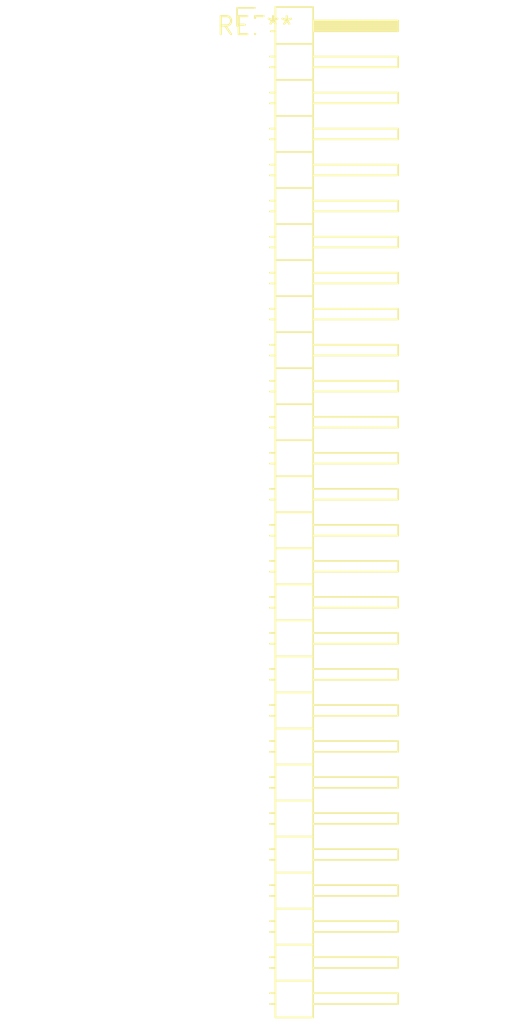
<source format=kicad_pcb>
(kicad_pcb (version 20240108) (generator pcbnew)
  (layers (0 "F.Cu" signal) (31 "B.Cu" signal) (34 "B.Paste" user) (35 "F.Paste" user) (36 "B.SilkS" user "B.Silkscreen") (37 "F.SilkS" user "F.Silkscreen") (38 "B.Mask" user) (39 "F.Mask" user) (44 "Edge.Cuts" user))
  (net 0 "")
  (footprint "PinHeader_1x28_P2.54mm_Horizontal" (layer "F.Cu") (at 0 0)
    (property "Reference" "REF**")
    (property "Value" "PinHeader_1x28_P2.54mm_Horizontal")
    (fp_line (start -1.27 -1.27) (end 0 -1.27) (layer "F.SilkS") (stroke (width 0.12)))
    (fp_line (start -1.27 0) (end -1.27 -1.27) (layer "F.SilkS") (stroke (width 0.12)))
    (fp_line (start 1.042929 2.16) (end 1.44 2.16) (layer "F.SilkS") (stroke (width 0.12)))
    (fp_line (start 1.042929 2.92) (end 1.44 2.92) (layer "F.SilkS") (stroke (width 0.12)))
    (fp_line (start 1.042929 4.7) (end 1.44 4.7) (layer "F.SilkS") (stroke (width 0.12)))
    (fp_line (start 1.042929 5.46) (end 1.44 5.46) (layer "F.SilkS") (stroke (width 0.12)))
    (fp_line (start 1.042929 7.24) (end 1.44 7.24) (layer "F.SilkS") (stroke (width 0.12)))
    (fp_line (start 1.042929 8) (end 1.44 8) (layer "F.SilkS") (stroke (width 0.12)))
    (fp_line (start 1.042929 9.78) (end 1.44 9.78) (layer "F.SilkS") (stroke (width 0.12)))
    (fp_line (start 1.042929 10.54) (end 1.44 10.54) (layer "F.SilkS") (stroke (width 0.12)))
    (fp_line (start 1.042929 12.32) (end 1.44 12.32) (layer "F.SilkS") (stroke (width 0.12)))
    (fp_line (start 1.042929 13.08) (end 1.44 13.08) (layer "F.SilkS") (stroke (width 0.12)))
    (fp_line (start 1.042929 14.86) (end 1.44 14.86) (layer "F.SilkS") (stroke (width 0.12)))
    (fp_line (start 1.042929 15.62) (end 1.44 15.62) (layer "F.SilkS") (stroke (width 0.12)))
    (fp_line (start 1.042929 17.4) (end 1.44 17.4) (layer "F.SilkS") (stroke (width 0.12)))
    (fp_line (start 1.042929 18.16) (end 1.44 18.16) (layer "F.SilkS") (stroke (width 0.12)))
    (fp_line (start 1.042929 19.94) (end 1.44 19.94) (layer "F.SilkS") (stroke (width 0.12)))
    (fp_line (start 1.042929 20.7) (end 1.44 20.7) (layer "F.SilkS") (stroke (width 0.12)))
    (fp_line (start 1.042929 22.48) (end 1.44 22.48) (layer "F.SilkS") (stroke (width 0.12)))
    (fp_line (start 1.042929 23.24) (end 1.44 23.24) (layer "F.SilkS") (stroke (width 0.12)))
    (fp_line (start 1.042929 25.02) (end 1.44 25.02) (layer "F.SilkS") (stroke (width 0.12)))
    (fp_line (start 1.042929 25.78) (end 1.44 25.78) (layer "F.SilkS") (stroke (width 0.12)))
    (fp_line (start 1.042929 27.56) (end 1.44 27.56) (layer "F.SilkS") (stroke (width 0.12)))
    (fp_line (start 1.042929 28.32) (end 1.44 28.32) (layer "F.SilkS") (stroke (width 0.12)))
    (fp_line (start 1.042929 30.1) (end 1.44 30.1) (layer "F.SilkS") (stroke (width 0.12)))
    (fp_line (start 1.042929 30.86) (end 1.44 30.86) (layer "F.SilkS") (stroke (width 0.12)))
    (fp_line (start 1.042929 32.64) (end 1.44 32.64) (layer "F.SilkS") (stroke (width 0.12)))
    (fp_line (start 1.042929 33.4) (end 1.44 33.4) (layer "F.SilkS") (stroke (width 0.12)))
    (fp_line (start 1.042929 35.18) (end 1.44 35.18) (layer "F.SilkS") (stroke (width 0.12)))
    (fp_line (start 1.042929 35.94) (end 1.44 35.94) (layer "F.SilkS") (stroke (width 0.12)))
    (fp_line (start 1.042929 37.72) (end 1.44 37.72) (layer "F.SilkS") (stroke (width 0.12)))
    (fp_line (start 1.042929 38.48) (end 1.44 38.48) (layer "F.SilkS") (stroke (width 0.12)))
    (fp_line (start 1.042929 40.26) (end 1.44 40.26) (layer "F.SilkS") (stroke (width 0.12)))
    (fp_line (start 1.042929 41.02) (end 1.44 41.02) (layer "F.SilkS") (stroke (width 0.12)))
    (fp_line (start 1.042929 42.8) (end 1.44 42.8) (layer "F.SilkS") (stroke (width 0.12)))
    (fp_line (start 1.042929 43.56) (end 1.44 43.56) (layer "F.SilkS") (stroke (width 0.12)))
    (fp_line (start 1.042929 45.34) (end 1.44 45.34) (layer "F.SilkS") (stroke (width 0.12)))
    (fp_line (start 1.042929 46.1) (end 1.44 46.1) (layer "F.SilkS") (stroke (width 0.12)))
    (fp_line (start 1.042929 47.88) (end 1.44 47.88) (layer "F.SilkS") (stroke (width 0.12)))
    (fp_line (start 1.042929 48.64) (end 1.44 48.64) (layer "F.SilkS") (stroke (width 0.12)))
    (fp_line (start 1.042929 50.42) (end 1.44 50.42) (layer "F.SilkS") (stroke (width 0.12)))
    (fp_line (start 1.042929 51.18) (end 1.44 51.18) (layer "F.SilkS") (stroke (width 0.12)))
    (fp_line (start 1.042929 52.96) (end 1.44 52.96) (layer "F.SilkS") (stroke (width 0.12)))
    (fp_line (start 1.042929 53.72) (end 1.44 53.72) (layer "F.SilkS") (stroke (width 0.12)))
    (fp_line (start 1.042929 55.5) (end 1.44 55.5) (layer "F.SilkS") (stroke (width 0.12)))
    (fp_line (start 1.042929 56.26) (end 1.44 56.26) (layer "F.SilkS") (stroke (width 0.12)))
    (fp_line (start 1.042929 58.04) (end 1.44 58.04) (layer "F.SilkS") (stroke (width 0.12)))
    (fp_line (start 1.042929 58.8) (end 1.44 58.8) (layer "F.SilkS") (stroke (width 0.12)))
    (fp_line (start 1.042929 60.58) (end 1.44 60.58) (layer "F.SilkS") (stroke (width 0.12)))
    (fp_line (start 1.042929 61.34) (end 1.44 61.34) (layer "F.SilkS") (stroke (width 0.12)))
    (fp_line (start 1.042929 63.12) (end 1.44 63.12) (layer "F.SilkS") (stroke (width 0.12)))
    (fp_line (start 1.042929 63.88) (end 1.44 63.88) (layer "F.SilkS") (stroke (width 0.12)))
    (fp_line (start 1.042929 65.66) (end 1.44 65.66) (layer "F.SilkS") (stroke (width 0.12)))
    (fp_line (start 1.042929 66.42) (end 1.44 66.42) (layer "F.SilkS") (stroke (width 0.12)))
    (fp_line (start 1.042929 68.2) (end 1.44 68.2) (layer "F.SilkS") (stroke (width 0.12)))
    (fp_line (start 1.042929 68.96) (end 1.44 68.96) (layer "F.SilkS") (stroke (width 0.12)))
    (fp_line (start 1.11 -0.38) (end 1.44 -0.38) (layer "F.SilkS") (stroke (width 0.12)))
    (fp_line (start 1.11 0.38) (end 1.44 0.38) (layer "F.SilkS") (stroke (width 0.12)))
    (fp_line (start 1.44 -1.33) (end 1.44 69.91) (layer "F.SilkS") (stroke (width 0.12)))
    (fp_line (start 1.44 1.27) (end 4.1 1.27) (layer "F.SilkS") (stroke (width 0.12)))
    (fp_line (start 1.44 3.81) (end 4.1 3.81) (layer "F.SilkS") (stroke (width 0.12)))
    (fp_line (start 1.44 6.35) (end 4.1 6.35) (layer "F.SilkS") (stroke (width 0.12)))
    (fp_line (start 1.44 8.89) (end 4.1 8.89) (layer "F.SilkS") (stroke (width 0.12)))
    (fp_line (start 1.44 11.43) (end 4.1 11.43) (layer "F.SilkS") (stroke (width 0.12)))
    (fp_line (start 1.44 13.97) (end 4.1 13.97) (layer "F.SilkS") (stroke (width 0.12)))
    (fp_line (start 1.44 16.51) (end 4.1 16.51) (layer "F.SilkS") (stroke (width 0.12)))
    (fp_line (start 1.44 19.05) (end 4.1 19.05) (layer "F.SilkS") (stroke (width 0.12)))
    (fp_line (start 1.44 21.59) (end 4.1 21.59) (layer "F.SilkS") (stroke (width 0.12)))
    (fp_line (start 1.44 24.13) (end 4.1 24.13) (layer "F.SilkS") (stroke (width 0.12)))
    (fp_line (start 1.44 26.67) (end 4.1 26.67) (layer "F.SilkS") (stroke (width 0.12)))
    (fp_line (start 1.44 29.21) (end 4.1 29.21) (layer "F.SilkS") (stroke (width 0.12)))
    (fp_line (start 1.44 31.75) (end 4.1 31.75) (layer "F.SilkS") (stroke (width 0.12)))
    (fp_line (start 1.44 34.29) (end 4.1 34.29) (layer "F.SilkS") (stroke (width 0.12)))
    (fp_line (start 1.44 36.83) (end 4.1 36.83) (layer "F.SilkS") (stroke (width 0.12)))
    (fp_line (start 1.44 39.37) (end 4.1 39.37) (layer "F.SilkS") (stroke (width 0.12)))
    (fp_line (start 1.44 41.91) (end 4.1 41.91) (layer "F.SilkS") (stroke (width 0.12)))
    (fp_line (start 1.44 44.45) (end 4.1 44.45) (layer "F.SilkS") (stroke (width 0.12)))
    (fp_line (start 1.44 46.99) (end 4.1 46.99) (layer "F.SilkS") (stroke (width 0.12)))
    (fp_line (start 1.44 49.53) (end 4.1 49.53) (layer "F.SilkS") (stroke (width 0.12)))
    (fp_line (start 1.44 52.07) (end 4.1 52.07) (layer "F.SilkS") (stroke (width 0.12)))
    (fp_line (start 1.44 54.61) (end 4.1 54.61) (layer "F.SilkS") (stroke (width 0.12)))
    (fp_line (start 1.44 57.15) (end 4.1 57.15) (layer "F.SilkS") (stroke (width 0.12)))
    (fp_line (start 1.44 59.69) (end 4.1 59.69) (layer "F.SilkS") (stroke (width 0.12)))
    (fp_line (start 1.44 62.23) (end 4.1 62.23) (layer "F.SilkS") (stroke (width 0.12)))
    (fp_line (start 1.44 64.77) (end 4.1 64.77) (layer "F.SilkS") (stroke (width 0.12)))
    (fp_line (start 1.44 67.31) (end 4.1 67.31) (layer "F.SilkS") (stroke (width 0.12)))
    (fp_line (start 1.44 69.91) (end 4.1 69.91) (layer "F.SilkS") (stroke (width 0.12)))
    (fp_line (start 4.1 -1.33) (end 1.44 -1.33) (layer "F.SilkS") (stroke (width 0.12)))
    (fp_line (start 4.1 -0.38) (end 10.1 -0.38) (layer "F.SilkS") (stroke (width 0.12)))
    (fp_line (start 4.1 -0.32) (end 10.1 -0.32) (layer "F.SilkS") (stroke (width 0.12)))
    (fp_line (start 4.1 -0.2) (end 10.1 -0.2) (layer "F.SilkS") (stroke (width 0.12)))
    (fp_line (start 4.1 -0.08) (end 10.1 -0.08) (layer "F.SilkS") (stroke (width 0.12)))
    (fp_line (start 4.1 0.04) (end 10.1 0.04) (layer "F.SilkS") (stroke (width 0.12)))
    (fp_line (start 4.1 0.16) (end 10.1 0.16) (layer "F.SilkS") (stroke (width 0.12)))
    (fp_line (start 4.1 0.28) (end 10.1 0.28) (layer "F.SilkS") (stroke (width 0.12)))
    (fp_line (start 4.1 2.16) (end 10.1 2.16) (layer "F.SilkS") (stroke (width 0.12)))
    (fp_line (start 4.1 4.7) (end 10.1 4.7) (layer "F.SilkS") (stroke (width 0.12)))
    (fp_line (start 4.1 7.24) (end 10.1 7.24) (layer "F.SilkS") (stroke (width 0.12)))
    (fp_line (start 4.1 9.78) (end 10.1 9.78) (layer "F.SilkS") (stroke (width 0.12)))
    (fp_line (start 4.1 12.32) (end 10.1 12.32) (layer "F.SilkS") (stroke (width 0.12)))
    (fp_line (start 4.1 14.86) (end 10.1 14.86) (layer "F.SilkS") (stroke (width 0.12)))
    (fp_line (start 4.1 17.4) (end 10.1 17.4) (layer "F.SilkS") (stroke (width 0.12)))
    (fp_line (start 4.1 19.94) (end 10.1 19.94) (layer "F.SilkS") (stroke (width 0.12)))
    (fp_line (start 4.1 22.48) (end 10.1 22.48) (layer "F.SilkS") (stroke (width 0.12)))
    (fp_line (start 4.1 25.02) (end 10.1 25.02) (layer "F.SilkS") (stroke (width 0.12)))
    (fp_line (start 4.1 27.56) (end 10.1 27.56) (layer "F.SilkS") (stroke (width 0.12)))
    (fp_line (start 4.1 30.1) (end 10.1 30.1) (layer "F.SilkS") (stroke (width 0.12)))
    (fp_line (start 4.1 32.64) (end 10.1 32.64) (layer "F.SilkS") (stroke (width 0.12)))
    (fp_line (start 4.1 35.18) (end 10.1 35.18) (layer "F.SilkS") (stroke (width 0.12)))
    (fp_line (start 4.1 37.72) (end 10.1 37.72) (layer "F.SilkS") (stroke (width 0.12)))
    (fp_line (start 4.1 40.26) (end 10.1 40.26) (layer "F.SilkS") (stroke (width 0.12)))
    (fp_line (start 4.1 42.8) (end 10.1 42.8) (layer "F.SilkS") (stroke (width 0.12)))
    (fp_line (start 4.1 45.34) (end 10.1 45.34) (layer "F.SilkS") (stroke (width 0.12)))
    (fp_line (start 4.1 47.88) (end 10.1 47.88) (layer "F.SilkS") (stroke (width 0.12)))
    (fp_line (start 4.1 50.42) (end 10.1 50.42) (layer "F.SilkS") (stroke (width 0.12)))
    (fp_line (start 4.1 52.96) (end 10.1 52.96) (layer "F.SilkS") (stroke (width 0.12)))
    (fp_line (start 4.1 55.5) (end 10.1 55.5) (layer "F.SilkS") (stroke (width 0.12)))
    (fp_line (start 4.1 58.04) (end 10.1 58.04) (layer "F.SilkS") (stroke (width 0.12)))
    (fp_line (start 4.1 60.58) (end 10.1 60.58) (layer "F.SilkS") (stroke (width 0.12)))
    (fp_line (start 4.1 63.12) (end 10.1 63.12) (layer "F.SilkS") (stroke (width 0.12)))
    (fp_line (start 4.1 65.66) (end 10.1 65.66) (layer "F.SilkS") (stroke (width 0.12)))
    (fp_line (start 4.1 68.2) (end 10.1 68.2) (layer "F.SilkS") (stroke (width 0.12)))
    (fp_line (start 4.1 69.91) (end 4.1 -1.33) (layer "F.SilkS") (stroke (width 0.12)))
    (fp_line (start 10.1 -0.38) (end 10.1 0.38) (layer "F.SilkS") (stroke (width 0.12)))
    (fp_line (start 10.1 0.38) (end 4.1 0.38) (layer "F.SilkS") (stroke (width 0.12)))
    (fp_line (start 10.1 2.16) (end 10.1 2.92) (layer "F.SilkS") (stroke (width 0.12)))
    (fp_line (start 10.1 2.92) (end 4.1 2.92) (layer "F.SilkS") (stroke (width 0.12)))
    (fp_line (start 10.1 4.7) (end 10.1 5.46) (layer "F.SilkS") (stroke (width 0.12)))
    (fp_line (start 10.1 5.46) (end 4.1 5.46) (layer "F.SilkS") (stroke (width 0.12)))
    (fp_line (start 10.1 7.24) (end 10.1 8) (layer "F.SilkS") (stroke (width 0.12)))
    (fp_line (start 10.1 8) (end 4.1 8) (layer "F.SilkS") (stroke (width 0.12)))
    (fp_line (start 10.1 9.78) (end 10.1 10.54) (layer "F.SilkS") (stroke (width 0.12)))
    (fp_line (start 10.1 10.54) (end 4.1 10.54) (layer "F.SilkS") (stroke (width 0.12)))
    (fp_line (start 10.1 12.32) (end 10.1 13.08) (layer "F.SilkS") (stroke (width 0.12)))
    (fp_line (start 10.1 13.08) (end 4.1 13.08) (layer "F.SilkS") (stroke (width 0.12)))
    (fp_line (start 10.1 14.86) (end 10.1 15.62) (layer "F.SilkS") (stroke (width 0.12)))
    (fp_line (start 10.1 15.62) (end 4.1 15.62) (layer "F.SilkS") (stroke (width 0.12)))
    (fp_line (start 10.1 17.4) (end 10.1 18.16) (layer "F.SilkS") (stroke (width 0.12)))
    (fp_line (start 10.1 18.16) (end 4.1 18.16) (layer "F.SilkS") (stroke (width 0.12)))
    (fp_line (start 10.1 19.94) (end 10.1 20.7) (layer "F.SilkS") (stroke (width 0.12)))
    (fp_line (start 10.1 20.7) (end 4.1 20.7) (layer "F.SilkS") (stroke (width 0.12)))
    (fp_line (start 10.1 22.48) (end 10.1 23.24) (layer "F.SilkS") (stroke (width 0.12)))
    (fp_line (start 10.1 23.24) (end 4.1 23.24) (layer "F.SilkS") (stroke (width 0.12)))
    (fp_line (start 10.1 25.02) (end 10.1 25.78) (layer "F.SilkS") (stroke (width 0.12)))
    (fp_line (start 10.1 25.78) (end 4.1 25.78) (layer "F.SilkS") (stroke (width 0.12)))
    (fp_line (start 10.1 27.56) (end 10.1 28.32) (layer "F.SilkS") (stroke (width 0.12)))
    (fp_line (start 10.1 28.32) (end 4.1 28.32) (layer "F.SilkS") (stroke (width 0.12)))
    (fp_line (start 10.1 30.1) (end 10.1 30.86) (layer "F.SilkS") (stroke (width 0.12)))
    (fp_line (start 10.1 30.86) (end 4.1 30.86) (layer "F.SilkS") (stroke (width 0.12)))
    (fp_line (start 10.1 32.64) (end 10.1 33.4) (layer "F.SilkS") (stroke (width 0.12)))
    (fp_line (start 10.1 33.4) (end 4.1 33.4) (layer "F.SilkS") (stroke (width 0.12)))
    (fp_line (start 10.1 35.18) (end 10.1 35.94) (layer "F.SilkS") (stroke (width 0.12)))
    (fp_line (start 10.1 35.94) (end 4.1 35.94) (layer "F.SilkS") (stroke (width 0.12)))
    (fp_line (start 10.1 37.72) (end 10.1 38.48) (layer "F.SilkS") (stroke (width 0.12)))
    (fp_line (start 10.1 38.48) (end 4.1 38.48) (layer "F.SilkS") (stroke (width 0.12)))
    (fp_line (start 10.1 40.26) (end 10.1 41.02) (layer "F.SilkS") (stroke (width 0.12)))
    (fp_line (start 10.1 41.02) (end 4.1 41.02) (layer "F.SilkS") (stroke (width 0.12)))
    (fp_line (start 10.1 42.8) (end 10.1 43.56) (layer "F.SilkS") (stroke (width 0.12)))
    (fp_line (start 10.1 43.56) (end 4.1 43.56) (layer "F.SilkS") (stroke (width 0.12)))
    (fp_line (start 10.1 45.34) (end 10.1 46.1) (layer "F.SilkS") (stroke (width 0.12)))
    (fp_line (start 10.1 46.1) (end 4.1 46.1) (layer "F.SilkS") (stroke (width 0.12)))
    (fp_line (start 10.1 47.88) (end 10.1 48.64) (layer "F.SilkS") (stroke (width 0.12)))
    (fp_line (start 10.1 48.64) (end 4.1 48.64) (layer "F.SilkS") (stroke (width 0.12)))
    (fp_line (start 10.1 50.42) (end 10.1 51.18) (layer "F.SilkS") (stroke (width 0.12)))
    (fp_line (start 10.1 51.18) (end 4.1 51.18) (layer "F.SilkS") (stroke (width 0.12)))
    (fp_line (start 10.1 52.96) (end 10.1 53.72) (layer "F.SilkS") (stroke (width 0.12)))
    (fp_line (start 10.1 53.72) (end 4.1 53.72) (layer "F.SilkS") (stroke (width 0.12)))
    (fp_line (start 10.1 55.5) (end 10.1 56.26) (layer "F.SilkS") (stroke (width 0.12)))
    (fp_line (start 10.1 56.26) (end 4.1 56.26) (layer "F.SilkS") (stroke (width 0.12)))
    (fp_line (start 10.1 58.04) (end 10.1 58.8) (layer "F.SilkS") (stroke (width 0.12)))
    (fp_line (start 10.1 58.8) (end 4.1 58.8) (layer "F.SilkS") (stroke (width 0.12)))
    (fp_line (start 10.1 60.58) (end 10.1 61.34) (layer "F.SilkS") (stroke (width 0.12)))
    (fp_line (start 10.1 61.34) (end 4.1 61.34) (layer "F.SilkS") (stroke (width 0.12)))
    (fp_line (start 10.1 63.12) (end 10.1 63.88) (layer "F.SilkS") (stroke (width 0.12)))
    (fp_line (start 10.1 63.88) (end 4.1 63.88) (layer "F.SilkS") (stroke (width 0.12)))
    (fp_line (start 10.1 65.66) (end 10.1 66.42) (layer "F.SilkS") (stroke (width 0.12)))
    (fp_line (start 10.1 66.42) (end 4.1 66.42) (layer "F.SilkS") (stroke (width 0.12)))
    (fp_line (start 10.1 68.2) (end 10.1 68.96) (layer "F.SilkS") (stroke (width 0.12)))
    (fp_line (start 10.1 68.96) (end 4.1 68.96) (layer "F.SilkS") (stroke (width 0.12)))
    (pad "1" thru_hole rect (at 0 0) (size 1.7 1.7) (drill 1) (layers *.Cu *.Mask) (remove_unused_layers))
    (pad "2" thru_hole oval (at 0 2.54) (size 1.7 1.7) (drill 1) (layers *.Cu *.Mask) (remove_unused_layers))
    (pad "3" thru_hole oval (at 0 5.08) (size 1.7 1.7) (drill 1) (layers *.Cu *.Mask) (remove_unused_layers))
    (pad "4" thru_hole oval (at 0 7.62) (size 1.7 1.7) (drill 1) (layers *.Cu *.Mask) (remove_unused_layers))
    (pad "5" thru_hole oval (at 0 10.16) (size 1.7 1.7) (drill 1) (layers *.Cu *.Mask) (remove_unused_layers))
    (pad "6" thru_hole oval (at 0 12.7) (size 1.7 1.7) (drill 1) (layers *.Cu *.Mask) (remove_unused_layers))
    (pad "7" thru_hole oval (at 0 15.24) (size 1.7 1.7) (drill 1) (layers *.Cu *.Mask) (remove_unused_layers))
    (pad "8" thru_hole oval (at 0 17.78) (size 1.7 1.7) (drill 1) (layers *.Cu *.Mask) (remove_unused_layers))
    (pad "9" thru_hole oval (at 0 20.32) (size 1.7 1.7) (drill 1) (layers *.Cu *.Mask) (remove_unused_layers))
    (pad "10" thru_hole oval (at 0 22.86) (size 1.7 1.7) (drill 1) (layers *.Cu *.Mask) (remove_unused_layers))
    (pad "11" thru_hole oval (at 0 25.4) (size 1.7 1.7) (drill 1) (layers *.Cu *.Mask) (remove_unused_layers))
    (pad "12" thru_hole oval (at 0 27.94) (size 1.7 1.7) (drill 1) (layers *.Cu *.Mask) (remove_unused_layers))
    (pad "13" thru_hole oval (at 0 30.48) (size 1.7 1.7) (drill 1) (layers *.Cu *.Mask) (remove_unused_layers))
    (pad "14" thru_hole oval (at 0 33.02) (size 1.7 1.7) (drill 1) (layers *.Cu *.Mask) (remove_unused_layers))
    (pad "15" thru_hole oval (at 0 35.56) (size 1.7 1.7) (drill 1) (layers *.Cu *.Mask) (remove_unused_layers))
    (pad "16" thru_hole oval (at 0 38.1) (size 1.7 1.7) (drill 1) (layers *.Cu *.Mask) (remove_unused_layers))
    (pad "17" thru_hole oval (at 0 40.64) (size 1.7 1.7) (drill 1) (layers *.Cu *.Mask) (remove_unused_layers))
    (pad "18" thru_hole oval (at 0 43.18) (size 1.7 1.7) (drill 1) (layers *.Cu *.Mask) (remove_unused_layers))
    (pad "19" thru_hole oval (at 0 45.72) (size 1.7 1.7) (drill 1) (layers *.Cu *.Mask) (remove_unused_layers))
    (pad "20" thru_hole oval (at 0 48.26) (size 1.7 1.7) (drill 1) (layers *.Cu *.Mask) (remove_unused_layers))
    (pad "21" thru_hole oval (at 0 50.8) (size 1.7 1.7) (drill 1) (layers *.Cu *.Mask) (remove_unused_layers))
    (pad "22" thru_hole oval (at 0 53.34) (size 1.7 1.7) (drill 1) (layers *.Cu *.Mask) (remove_unused_layers))
    (pad "23" thru_hole oval (at 0 55.88) (size 1.7 1.7) (drill 1) (layers *.Cu *.Mask) (remove_unused_layers))
    (pad "24" thru_hole oval (at 0 58.42) (size 1.7 1.7) (drill 1) (layers *.Cu *.Mask) (remove_unused_layers))
    (pad "25" thru_hole oval (at 0 60.96) (size 1.7 1.7) (drill 1) (layers *.Cu *.Mask) (remove_unused_layers))
    (pad "26" thru_hole oval (at 0 63.5) (size 1.7 1.7) (drill 1) (layers *.Cu *.Mask) (remove_unused_layers))
    (pad "27" thru_hole oval (at 0 66.04) (size 1.7 1.7) (drill 1) (layers *.Cu *.Mask) (remove_unused_layers))
    (pad "28" thru_hole oval (at 0 68.58) (size 1.7 1.7) (drill 1) (layers *.Cu *.Mask) (remove_unused_layers))
  )
)
</source>
